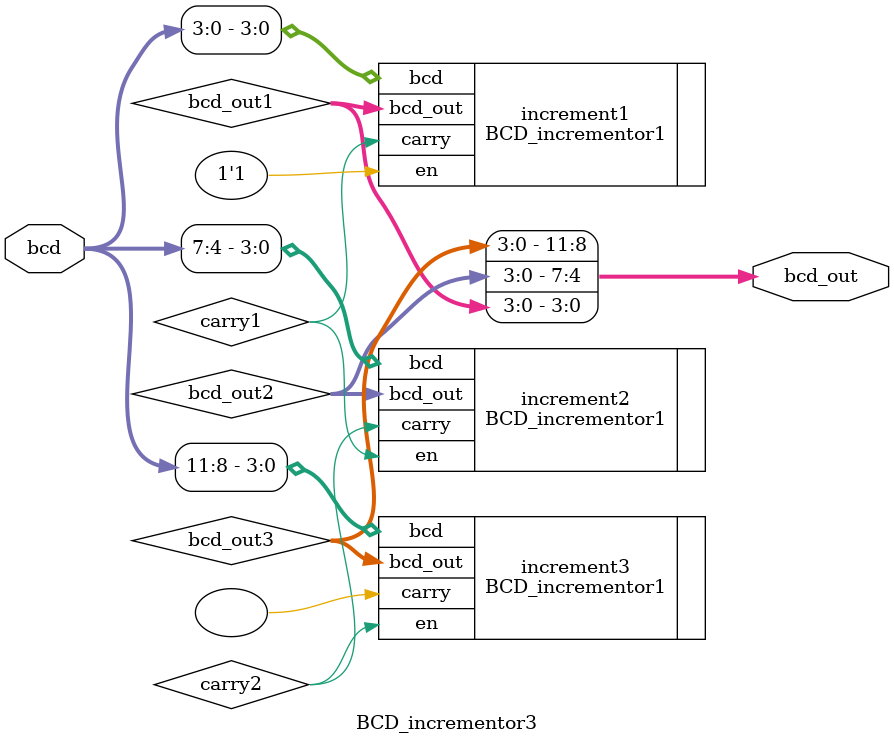
<source format=sv>

module BCD_incrementor3 (
  input logic [11:0]  bcd,
  output logic [11:0] bcd_out
);
  logic [3:0] bcd_out1;
  logic       carry1;
  BCD_incrementor1 increment1 (
    .bcd    (bcd[3:0]),
    .en     (1'b1),
    .bcd_out(bcd_out1),
    .carry  (carry1)
  );

  logic [3:0] bcd_out2;
  logic       carry2;
  BCD_incrementor1 increment2 (
    .bcd    (bcd[7:4]),
    .en     (carry1),
    .bcd_out(bcd_out2),
    .carry  (carry2)
  );

  logic [3:0] bcd_out3;
  BCD_incrementor1 increment3 (
    .bcd    (bcd[11:8]),
    .en     (carry2),
    .bcd_out(bcd_out3),
    .carry  ()
  );

  assign bcd_out = {bcd_out3, bcd_out2, bcd_out1};
endmodule

</source>
